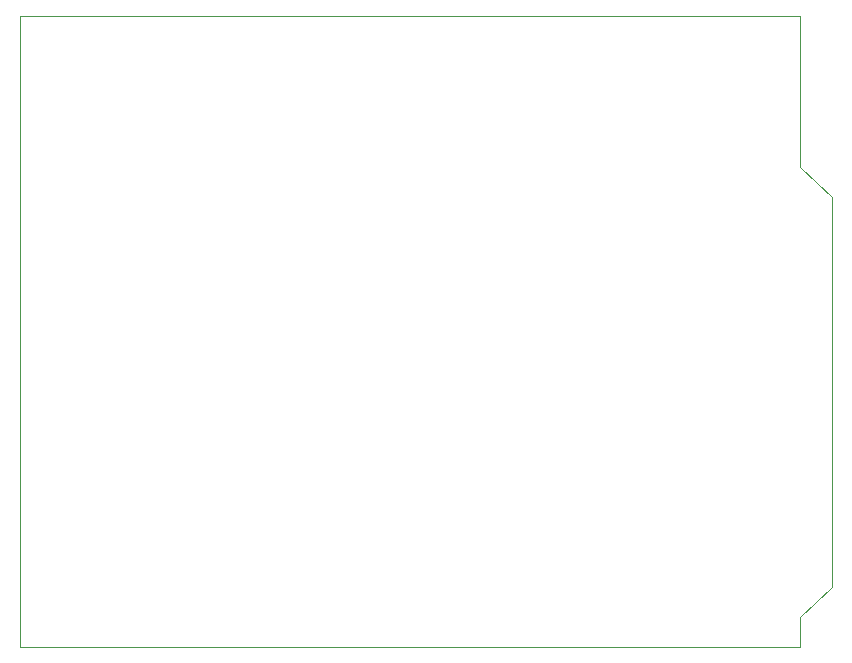
<source format=gbr>
%TF.GenerationSoftware,Altium Limited,Altium Designer,20.2.6 (244)*%
G04 Layer_Color=0*
%FSLAX26Y26*%
%MOIN*%
%TF.SameCoordinates,5A7C1849-F1A5-4743-A48D-7E663CB7BB3B*%
%TF.FilePolarity,Positive*%
%TF.FileFunction,Profile,NP*%
%TF.Part,Single*%
G01*
G75*
%TA.AperFunction,Profile*%
%ADD57C,0.001000*%
D57*
X0Y0D02*
Y2103937D01*
X2600000D01*
Y1600000D01*
X2703937Y1500000D01*
Y200000D01*
X2600000Y100000D01*
Y0D01*
X0D01*
%TF.MD5,98f339184699d145309c710cb46f10e9*%
M02*

</source>
